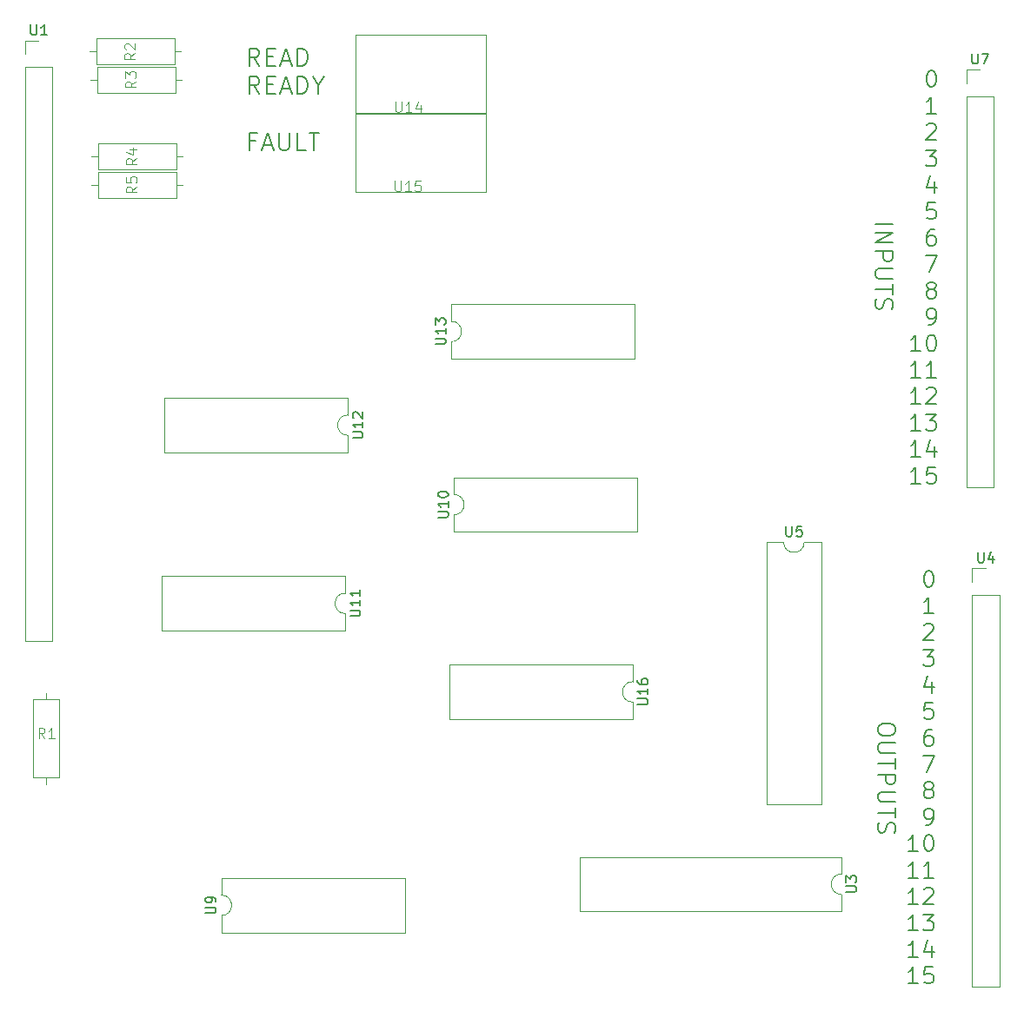
<source format=gbr>
%TF.GenerationSoftware,KiCad,Pcbnew,8.0.2-1*%
%TF.CreationDate,2024-08-05T09:17:51-04:00*%
%TF.ProjectId,io_controller,696f5f63-6f6e-4747-926f-6c6c65722e6b,rev?*%
%TF.SameCoordinates,Original*%
%TF.FileFunction,Legend,Top*%
%TF.FilePolarity,Positive*%
%FSLAX46Y46*%
G04 Gerber Fmt 4.6, Leading zero omitted, Abs format (unit mm)*
G04 Created by KiCad (PCBNEW 8.0.2-1) date 2024-08-05 09:17:51*
%MOMM*%
%LPD*%
G01*
G04 APERTURE LIST*
%ADD10C,0.160000*%
%ADD11C,0.170000*%
%ADD12C,0.150000*%
%ADD13C,0.100000*%
%ADD14C,0.120000*%
G04 APERTURE END LIST*
D10*
X150106641Y-74127870D02*
X150259022Y-74127870D01*
X150259022Y-74127870D02*
X150411403Y-74204060D01*
X150411403Y-74204060D02*
X150487593Y-74280251D01*
X150487593Y-74280251D02*
X150563784Y-74432632D01*
X150563784Y-74432632D02*
X150639974Y-74737394D01*
X150639974Y-74737394D02*
X150639974Y-75118346D01*
X150639974Y-75118346D02*
X150563784Y-75423108D01*
X150563784Y-75423108D02*
X150487593Y-75575489D01*
X150487593Y-75575489D02*
X150411403Y-75651680D01*
X150411403Y-75651680D02*
X150259022Y-75727870D01*
X150259022Y-75727870D02*
X150106641Y-75727870D01*
X150106641Y-75727870D02*
X149954260Y-75651680D01*
X149954260Y-75651680D02*
X149878069Y-75575489D01*
X149878069Y-75575489D02*
X149801879Y-75423108D01*
X149801879Y-75423108D02*
X149725688Y-75118346D01*
X149725688Y-75118346D02*
X149725688Y-74737394D01*
X149725688Y-74737394D02*
X149801879Y-74432632D01*
X149801879Y-74432632D02*
X149878069Y-74280251D01*
X149878069Y-74280251D02*
X149954260Y-74204060D01*
X149954260Y-74204060D02*
X150106641Y-74127870D01*
X150639974Y-78303780D02*
X149725688Y-78303780D01*
X150182831Y-78303780D02*
X150182831Y-76703780D01*
X150182831Y-76703780D02*
X150030450Y-76932351D01*
X150030450Y-76932351D02*
X149878069Y-77084732D01*
X149878069Y-77084732D02*
X149725688Y-77160923D01*
X149725688Y-79432071D02*
X149801879Y-79355880D01*
X149801879Y-79355880D02*
X149954260Y-79279690D01*
X149954260Y-79279690D02*
X150335212Y-79279690D01*
X150335212Y-79279690D02*
X150487593Y-79355880D01*
X150487593Y-79355880D02*
X150563784Y-79432071D01*
X150563784Y-79432071D02*
X150639974Y-79584452D01*
X150639974Y-79584452D02*
X150639974Y-79736833D01*
X150639974Y-79736833D02*
X150563784Y-79965404D01*
X150563784Y-79965404D02*
X149649498Y-80879690D01*
X149649498Y-80879690D02*
X150639974Y-80879690D01*
X149649498Y-81855600D02*
X150639974Y-81855600D01*
X150639974Y-81855600D02*
X150106641Y-82465124D01*
X150106641Y-82465124D02*
X150335212Y-82465124D01*
X150335212Y-82465124D02*
X150487593Y-82541314D01*
X150487593Y-82541314D02*
X150563784Y-82617505D01*
X150563784Y-82617505D02*
X150639974Y-82769886D01*
X150639974Y-82769886D02*
X150639974Y-83150838D01*
X150639974Y-83150838D02*
X150563784Y-83303219D01*
X150563784Y-83303219D02*
X150487593Y-83379410D01*
X150487593Y-83379410D02*
X150335212Y-83455600D01*
X150335212Y-83455600D02*
X149878069Y-83455600D01*
X149878069Y-83455600D02*
X149725688Y-83379410D01*
X149725688Y-83379410D02*
X149649498Y-83303219D01*
X150487593Y-84964843D02*
X150487593Y-86031510D01*
X150106641Y-84355320D02*
X149725688Y-85498177D01*
X149725688Y-85498177D02*
X150716165Y-85498177D01*
X150563784Y-87007420D02*
X149801879Y-87007420D01*
X149801879Y-87007420D02*
X149725688Y-87769325D01*
X149725688Y-87769325D02*
X149801879Y-87693134D01*
X149801879Y-87693134D02*
X149954260Y-87616944D01*
X149954260Y-87616944D02*
X150335212Y-87616944D01*
X150335212Y-87616944D02*
X150487593Y-87693134D01*
X150487593Y-87693134D02*
X150563784Y-87769325D01*
X150563784Y-87769325D02*
X150639974Y-87921706D01*
X150639974Y-87921706D02*
X150639974Y-88302658D01*
X150639974Y-88302658D02*
X150563784Y-88455039D01*
X150563784Y-88455039D02*
X150487593Y-88531230D01*
X150487593Y-88531230D02*
X150335212Y-88607420D01*
X150335212Y-88607420D02*
X149954260Y-88607420D01*
X149954260Y-88607420D02*
X149801879Y-88531230D01*
X149801879Y-88531230D02*
X149725688Y-88455039D01*
X150487593Y-89583330D02*
X150182831Y-89583330D01*
X150182831Y-89583330D02*
X150030450Y-89659520D01*
X150030450Y-89659520D02*
X149954260Y-89735711D01*
X149954260Y-89735711D02*
X149801879Y-89964282D01*
X149801879Y-89964282D02*
X149725688Y-90269044D01*
X149725688Y-90269044D02*
X149725688Y-90878568D01*
X149725688Y-90878568D02*
X149801879Y-91030949D01*
X149801879Y-91030949D02*
X149878069Y-91107140D01*
X149878069Y-91107140D02*
X150030450Y-91183330D01*
X150030450Y-91183330D02*
X150335212Y-91183330D01*
X150335212Y-91183330D02*
X150487593Y-91107140D01*
X150487593Y-91107140D02*
X150563784Y-91030949D01*
X150563784Y-91030949D02*
X150639974Y-90878568D01*
X150639974Y-90878568D02*
X150639974Y-90497616D01*
X150639974Y-90497616D02*
X150563784Y-90345235D01*
X150563784Y-90345235D02*
X150487593Y-90269044D01*
X150487593Y-90269044D02*
X150335212Y-90192854D01*
X150335212Y-90192854D02*
X150030450Y-90192854D01*
X150030450Y-90192854D02*
X149878069Y-90269044D01*
X149878069Y-90269044D02*
X149801879Y-90345235D01*
X149801879Y-90345235D02*
X149725688Y-90497616D01*
X149649498Y-92159240D02*
X150716165Y-92159240D01*
X150716165Y-92159240D02*
X150030450Y-93759240D01*
X150030450Y-95420864D02*
X149878069Y-95344674D01*
X149878069Y-95344674D02*
X149801879Y-95268483D01*
X149801879Y-95268483D02*
X149725688Y-95116102D01*
X149725688Y-95116102D02*
X149725688Y-95039912D01*
X149725688Y-95039912D02*
X149801879Y-94887531D01*
X149801879Y-94887531D02*
X149878069Y-94811340D01*
X149878069Y-94811340D02*
X150030450Y-94735150D01*
X150030450Y-94735150D02*
X150335212Y-94735150D01*
X150335212Y-94735150D02*
X150487593Y-94811340D01*
X150487593Y-94811340D02*
X150563784Y-94887531D01*
X150563784Y-94887531D02*
X150639974Y-95039912D01*
X150639974Y-95039912D02*
X150639974Y-95116102D01*
X150639974Y-95116102D02*
X150563784Y-95268483D01*
X150563784Y-95268483D02*
X150487593Y-95344674D01*
X150487593Y-95344674D02*
X150335212Y-95420864D01*
X150335212Y-95420864D02*
X150030450Y-95420864D01*
X150030450Y-95420864D02*
X149878069Y-95497055D01*
X149878069Y-95497055D02*
X149801879Y-95573245D01*
X149801879Y-95573245D02*
X149725688Y-95725626D01*
X149725688Y-95725626D02*
X149725688Y-96030388D01*
X149725688Y-96030388D02*
X149801879Y-96182769D01*
X149801879Y-96182769D02*
X149878069Y-96258960D01*
X149878069Y-96258960D02*
X150030450Y-96335150D01*
X150030450Y-96335150D02*
X150335212Y-96335150D01*
X150335212Y-96335150D02*
X150487593Y-96258960D01*
X150487593Y-96258960D02*
X150563784Y-96182769D01*
X150563784Y-96182769D02*
X150639974Y-96030388D01*
X150639974Y-96030388D02*
X150639974Y-95725626D01*
X150639974Y-95725626D02*
X150563784Y-95573245D01*
X150563784Y-95573245D02*
X150487593Y-95497055D01*
X150487593Y-95497055D02*
X150335212Y-95420864D01*
X149878069Y-98911060D02*
X150182831Y-98911060D01*
X150182831Y-98911060D02*
X150335212Y-98834870D01*
X150335212Y-98834870D02*
X150411403Y-98758679D01*
X150411403Y-98758679D02*
X150563784Y-98530108D01*
X150563784Y-98530108D02*
X150639974Y-98225346D01*
X150639974Y-98225346D02*
X150639974Y-97615822D01*
X150639974Y-97615822D02*
X150563784Y-97463441D01*
X150563784Y-97463441D02*
X150487593Y-97387250D01*
X150487593Y-97387250D02*
X150335212Y-97311060D01*
X150335212Y-97311060D02*
X150030450Y-97311060D01*
X150030450Y-97311060D02*
X149878069Y-97387250D01*
X149878069Y-97387250D02*
X149801879Y-97463441D01*
X149801879Y-97463441D02*
X149725688Y-97615822D01*
X149725688Y-97615822D02*
X149725688Y-97996774D01*
X149725688Y-97996774D02*
X149801879Y-98149155D01*
X149801879Y-98149155D02*
X149878069Y-98225346D01*
X149878069Y-98225346D02*
X150030450Y-98301536D01*
X150030450Y-98301536D02*
X150335212Y-98301536D01*
X150335212Y-98301536D02*
X150487593Y-98225346D01*
X150487593Y-98225346D02*
X150563784Y-98149155D01*
X150563784Y-98149155D02*
X150639974Y-97996774D01*
X149116164Y-101486970D02*
X148201878Y-101486970D01*
X148659021Y-101486970D02*
X148659021Y-99886970D01*
X148659021Y-99886970D02*
X148506640Y-100115541D01*
X148506640Y-100115541D02*
X148354259Y-100267922D01*
X148354259Y-100267922D02*
X148201878Y-100344113D01*
X150106641Y-99886970D02*
X150259022Y-99886970D01*
X150259022Y-99886970D02*
X150411403Y-99963160D01*
X150411403Y-99963160D02*
X150487593Y-100039351D01*
X150487593Y-100039351D02*
X150563784Y-100191732D01*
X150563784Y-100191732D02*
X150639974Y-100496494D01*
X150639974Y-100496494D02*
X150639974Y-100877446D01*
X150639974Y-100877446D02*
X150563784Y-101182208D01*
X150563784Y-101182208D02*
X150487593Y-101334589D01*
X150487593Y-101334589D02*
X150411403Y-101410780D01*
X150411403Y-101410780D02*
X150259022Y-101486970D01*
X150259022Y-101486970D02*
X150106641Y-101486970D01*
X150106641Y-101486970D02*
X149954260Y-101410780D01*
X149954260Y-101410780D02*
X149878069Y-101334589D01*
X149878069Y-101334589D02*
X149801879Y-101182208D01*
X149801879Y-101182208D02*
X149725688Y-100877446D01*
X149725688Y-100877446D02*
X149725688Y-100496494D01*
X149725688Y-100496494D02*
X149801879Y-100191732D01*
X149801879Y-100191732D02*
X149878069Y-100039351D01*
X149878069Y-100039351D02*
X149954260Y-99963160D01*
X149954260Y-99963160D02*
X150106641Y-99886970D01*
X149116164Y-104062880D02*
X148201878Y-104062880D01*
X148659021Y-104062880D02*
X148659021Y-102462880D01*
X148659021Y-102462880D02*
X148506640Y-102691451D01*
X148506640Y-102691451D02*
X148354259Y-102843832D01*
X148354259Y-102843832D02*
X148201878Y-102920023D01*
X150639974Y-104062880D02*
X149725688Y-104062880D01*
X150182831Y-104062880D02*
X150182831Y-102462880D01*
X150182831Y-102462880D02*
X150030450Y-102691451D01*
X150030450Y-102691451D02*
X149878069Y-102843832D01*
X149878069Y-102843832D02*
X149725688Y-102920023D01*
X149116164Y-106638790D02*
X148201878Y-106638790D01*
X148659021Y-106638790D02*
X148659021Y-105038790D01*
X148659021Y-105038790D02*
X148506640Y-105267361D01*
X148506640Y-105267361D02*
X148354259Y-105419742D01*
X148354259Y-105419742D02*
X148201878Y-105495933D01*
X149725688Y-105191171D02*
X149801879Y-105114980D01*
X149801879Y-105114980D02*
X149954260Y-105038790D01*
X149954260Y-105038790D02*
X150335212Y-105038790D01*
X150335212Y-105038790D02*
X150487593Y-105114980D01*
X150487593Y-105114980D02*
X150563784Y-105191171D01*
X150563784Y-105191171D02*
X150639974Y-105343552D01*
X150639974Y-105343552D02*
X150639974Y-105495933D01*
X150639974Y-105495933D02*
X150563784Y-105724504D01*
X150563784Y-105724504D02*
X149649498Y-106638790D01*
X149649498Y-106638790D02*
X150639974Y-106638790D01*
X149116164Y-109214700D02*
X148201878Y-109214700D01*
X148659021Y-109214700D02*
X148659021Y-107614700D01*
X148659021Y-107614700D02*
X148506640Y-107843271D01*
X148506640Y-107843271D02*
X148354259Y-107995652D01*
X148354259Y-107995652D02*
X148201878Y-108071843D01*
X149649498Y-107614700D02*
X150639974Y-107614700D01*
X150639974Y-107614700D02*
X150106641Y-108224224D01*
X150106641Y-108224224D02*
X150335212Y-108224224D01*
X150335212Y-108224224D02*
X150487593Y-108300414D01*
X150487593Y-108300414D02*
X150563784Y-108376605D01*
X150563784Y-108376605D02*
X150639974Y-108528986D01*
X150639974Y-108528986D02*
X150639974Y-108909938D01*
X150639974Y-108909938D02*
X150563784Y-109062319D01*
X150563784Y-109062319D02*
X150487593Y-109138510D01*
X150487593Y-109138510D02*
X150335212Y-109214700D01*
X150335212Y-109214700D02*
X149878069Y-109214700D01*
X149878069Y-109214700D02*
X149725688Y-109138510D01*
X149725688Y-109138510D02*
X149649498Y-109062319D01*
X149116164Y-111790610D02*
X148201878Y-111790610D01*
X148659021Y-111790610D02*
X148659021Y-110190610D01*
X148659021Y-110190610D02*
X148506640Y-110419181D01*
X148506640Y-110419181D02*
X148354259Y-110571562D01*
X148354259Y-110571562D02*
X148201878Y-110647753D01*
X150487593Y-110723943D02*
X150487593Y-111790610D01*
X150106641Y-110114420D02*
X149725688Y-111257277D01*
X149725688Y-111257277D02*
X150716165Y-111257277D01*
X149116164Y-114366520D02*
X148201878Y-114366520D01*
X148659021Y-114366520D02*
X148659021Y-112766520D01*
X148659021Y-112766520D02*
X148506640Y-112995091D01*
X148506640Y-112995091D02*
X148354259Y-113147472D01*
X148354259Y-113147472D02*
X148201878Y-113223663D01*
X150563784Y-112766520D02*
X149801879Y-112766520D01*
X149801879Y-112766520D02*
X149725688Y-113528425D01*
X149725688Y-113528425D02*
X149801879Y-113452234D01*
X149801879Y-113452234D02*
X149954260Y-113376044D01*
X149954260Y-113376044D02*
X150335212Y-113376044D01*
X150335212Y-113376044D02*
X150487593Y-113452234D01*
X150487593Y-113452234D02*
X150563784Y-113528425D01*
X150563784Y-113528425D02*
X150639974Y-113680806D01*
X150639974Y-113680806D02*
X150639974Y-114061758D01*
X150639974Y-114061758D02*
X150563784Y-114214139D01*
X150563784Y-114214139D02*
X150487593Y-114290330D01*
X150487593Y-114290330D02*
X150335212Y-114366520D01*
X150335212Y-114366520D02*
X149954260Y-114366520D01*
X149954260Y-114366520D02*
X149801879Y-114290330D01*
X149801879Y-114290330D02*
X149725688Y-114214139D01*
D11*
X144966886Y-40376603D02*
X146666886Y-40376603D01*
X144966886Y-41186127D02*
X146666886Y-41186127D01*
X146666886Y-41186127D02*
X144966886Y-42157556D01*
X144966886Y-42157556D02*
X146666886Y-42157556D01*
X144966886Y-42967079D02*
X146666886Y-42967079D01*
X146666886Y-42967079D02*
X146666886Y-43614698D01*
X146666886Y-43614698D02*
X146585934Y-43776603D01*
X146585934Y-43776603D02*
X146504981Y-43857556D01*
X146504981Y-43857556D02*
X146343077Y-43938508D01*
X146343077Y-43938508D02*
X146100219Y-43938508D01*
X146100219Y-43938508D02*
X145938315Y-43857556D01*
X145938315Y-43857556D02*
X145857362Y-43776603D01*
X145857362Y-43776603D02*
X145776410Y-43614698D01*
X145776410Y-43614698D02*
X145776410Y-42967079D01*
X146666886Y-44667079D02*
X145290696Y-44667079D01*
X145290696Y-44667079D02*
X145128791Y-44748032D01*
X145128791Y-44748032D02*
X145047839Y-44828984D01*
X145047839Y-44828984D02*
X144966886Y-44990889D01*
X144966886Y-44990889D02*
X144966886Y-45314698D01*
X144966886Y-45314698D02*
X145047839Y-45476603D01*
X145047839Y-45476603D02*
X145128791Y-45557556D01*
X145128791Y-45557556D02*
X145290696Y-45638508D01*
X145290696Y-45638508D02*
X146666886Y-45638508D01*
X146666886Y-46205174D02*
X146666886Y-47176603D01*
X144966886Y-46690889D02*
X146666886Y-46690889D01*
X145047839Y-47662317D02*
X144966886Y-47905174D01*
X144966886Y-47905174D02*
X144966886Y-48309936D01*
X144966886Y-48309936D02*
X145047839Y-48471841D01*
X145047839Y-48471841D02*
X145128791Y-48552793D01*
X145128791Y-48552793D02*
X145290696Y-48633746D01*
X145290696Y-48633746D02*
X145452600Y-48633746D01*
X145452600Y-48633746D02*
X145614505Y-48552793D01*
X145614505Y-48552793D02*
X145695458Y-48471841D01*
X145695458Y-48471841D02*
X145776410Y-48309936D01*
X145776410Y-48309936D02*
X145857362Y-47986127D01*
X145857362Y-47986127D02*
X145938315Y-47824222D01*
X145938315Y-47824222D02*
X146019267Y-47743269D01*
X146019267Y-47743269D02*
X146181172Y-47662317D01*
X146181172Y-47662317D02*
X146343077Y-47662317D01*
X146343077Y-47662317D02*
X146504981Y-47743269D01*
X146504981Y-47743269D02*
X146585934Y-47824222D01*
X146585934Y-47824222D02*
X146666886Y-47986127D01*
X146666886Y-47986127D02*
X146666886Y-48390888D01*
X146666886Y-48390888D02*
X146585934Y-48633746D01*
D10*
X150356641Y-25377870D02*
X150509022Y-25377870D01*
X150509022Y-25377870D02*
X150661403Y-25454060D01*
X150661403Y-25454060D02*
X150737593Y-25530251D01*
X150737593Y-25530251D02*
X150813784Y-25682632D01*
X150813784Y-25682632D02*
X150889974Y-25987394D01*
X150889974Y-25987394D02*
X150889974Y-26368346D01*
X150889974Y-26368346D02*
X150813784Y-26673108D01*
X150813784Y-26673108D02*
X150737593Y-26825489D01*
X150737593Y-26825489D02*
X150661403Y-26901680D01*
X150661403Y-26901680D02*
X150509022Y-26977870D01*
X150509022Y-26977870D02*
X150356641Y-26977870D01*
X150356641Y-26977870D02*
X150204260Y-26901680D01*
X150204260Y-26901680D02*
X150128069Y-26825489D01*
X150128069Y-26825489D02*
X150051879Y-26673108D01*
X150051879Y-26673108D02*
X149975688Y-26368346D01*
X149975688Y-26368346D02*
X149975688Y-25987394D01*
X149975688Y-25987394D02*
X150051879Y-25682632D01*
X150051879Y-25682632D02*
X150128069Y-25530251D01*
X150128069Y-25530251D02*
X150204260Y-25454060D01*
X150204260Y-25454060D02*
X150356641Y-25377870D01*
X150889974Y-29553780D02*
X149975688Y-29553780D01*
X150432831Y-29553780D02*
X150432831Y-27953780D01*
X150432831Y-27953780D02*
X150280450Y-28182351D01*
X150280450Y-28182351D02*
X150128069Y-28334732D01*
X150128069Y-28334732D02*
X149975688Y-28410923D01*
X149975688Y-30682071D02*
X150051879Y-30605880D01*
X150051879Y-30605880D02*
X150204260Y-30529690D01*
X150204260Y-30529690D02*
X150585212Y-30529690D01*
X150585212Y-30529690D02*
X150737593Y-30605880D01*
X150737593Y-30605880D02*
X150813784Y-30682071D01*
X150813784Y-30682071D02*
X150889974Y-30834452D01*
X150889974Y-30834452D02*
X150889974Y-30986833D01*
X150889974Y-30986833D02*
X150813784Y-31215404D01*
X150813784Y-31215404D02*
X149899498Y-32129690D01*
X149899498Y-32129690D02*
X150889974Y-32129690D01*
X149899498Y-33105600D02*
X150889974Y-33105600D01*
X150889974Y-33105600D02*
X150356641Y-33715124D01*
X150356641Y-33715124D02*
X150585212Y-33715124D01*
X150585212Y-33715124D02*
X150737593Y-33791314D01*
X150737593Y-33791314D02*
X150813784Y-33867505D01*
X150813784Y-33867505D02*
X150889974Y-34019886D01*
X150889974Y-34019886D02*
X150889974Y-34400838D01*
X150889974Y-34400838D02*
X150813784Y-34553219D01*
X150813784Y-34553219D02*
X150737593Y-34629410D01*
X150737593Y-34629410D02*
X150585212Y-34705600D01*
X150585212Y-34705600D02*
X150128069Y-34705600D01*
X150128069Y-34705600D02*
X149975688Y-34629410D01*
X149975688Y-34629410D02*
X149899498Y-34553219D01*
X150737593Y-36214843D02*
X150737593Y-37281510D01*
X150356641Y-35605320D02*
X149975688Y-36748177D01*
X149975688Y-36748177D02*
X150966165Y-36748177D01*
X150813784Y-38257420D02*
X150051879Y-38257420D01*
X150051879Y-38257420D02*
X149975688Y-39019325D01*
X149975688Y-39019325D02*
X150051879Y-38943134D01*
X150051879Y-38943134D02*
X150204260Y-38866944D01*
X150204260Y-38866944D02*
X150585212Y-38866944D01*
X150585212Y-38866944D02*
X150737593Y-38943134D01*
X150737593Y-38943134D02*
X150813784Y-39019325D01*
X150813784Y-39019325D02*
X150889974Y-39171706D01*
X150889974Y-39171706D02*
X150889974Y-39552658D01*
X150889974Y-39552658D02*
X150813784Y-39705039D01*
X150813784Y-39705039D02*
X150737593Y-39781230D01*
X150737593Y-39781230D02*
X150585212Y-39857420D01*
X150585212Y-39857420D02*
X150204260Y-39857420D01*
X150204260Y-39857420D02*
X150051879Y-39781230D01*
X150051879Y-39781230D02*
X149975688Y-39705039D01*
X150737593Y-40833330D02*
X150432831Y-40833330D01*
X150432831Y-40833330D02*
X150280450Y-40909520D01*
X150280450Y-40909520D02*
X150204260Y-40985711D01*
X150204260Y-40985711D02*
X150051879Y-41214282D01*
X150051879Y-41214282D02*
X149975688Y-41519044D01*
X149975688Y-41519044D02*
X149975688Y-42128568D01*
X149975688Y-42128568D02*
X150051879Y-42280949D01*
X150051879Y-42280949D02*
X150128069Y-42357140D01*
X150128069Y-42357140D02*
X150280450Y-42433330D01*
X150280450Y-42433330D02*
X150585212Y-42433330D01*
X150585212Y-42433330D02*
X150737593Y-42357140D01*
X150737593Y-42357140D02*
X150813784Y-42280949D01*
X150813784Y-42280949D02*
X150889974Y-42128568D01*
X150889974Y-42128568D02*
X150889974Y-41747616D01*
X150889974Y-41747616D02*
X150813784Y-41595235D01*
X150813784Y-41595235D02*
X150737593Y-41519044D01*
X150737593Y-41519044D02*
X150585212Y-41442854D01*
X150585212Y-41442854D02*
X150280450Y-41442854D01*
X150280450Y-41442854D02*
X150128069Y-41519044D01*
X150128069Y-41519044D02*
X150051879Y-41595235D01*
X150051879Y-41595235D02*
X149975688Y-41747616D01*
X149899498Y-43409240D02*
X150966165Y-43409240D01*
X150966165Y-43409240D02*
X150280450Y-45009240D01*
X150280450Y-46670864D02*
X150128069Y-46594674D01*
X150128069Y-46594674D02*
X150051879Y-46518483D01*
X150051879Y-46518483D02*
X149975688Y-46366102D01*
X149975688Y-46366102D02*
X149975688Y-46289912D01*
X149975688Y-46289912D02*
X150051879Y-46137531D01*
X150051879Y-46137531D02*
X150128069Y-46061340D01*
X150128069Y-46061340D02*
X150280450Y-45985150D01*
X150280450Y-45985150D02*
X150585212Y-45985150D01*
X150585212Y-45985150D02*
X150737593Y-46061340D01*
X150737593Y-46061340D02*
X150813784Y-46137531D01*
X150813784Y-46137531D02*
X150889974Y-46289912D01*
X150889974Y-46289912D02*
X150889974Y-46366102D01*
X150889974Y-46366102D02*
X150813784Y-46518483D01*
X150813784Y-46518483D02*
X150737593Y-46594674D01*
X150737593Y-46594674D02*
X150585212Y-46670864D01*
X150585212Y-46670864D02*
X150280450Y-46670864D01*
X150280450Y-46670864D02*
X150128069Y-46747055D01*
X150128069Y-46747055D02*
X150051879Y-46823245D01*
X150051879Y-46823245D02*
X149975688Y-46975626D01*
X149975688Y-46975626D02*
X149975688Y-47280388D01*
X149975688Y-47280388D02*
X150051879Y-47432769D01*
X150051879Y-47432769D02*
X150128069Y-47508960D01*
X150128069Y-47508960D02*
X150280450Y-47585150D01*
X150280450Y-47585150D02*
X150585212Y-47585150D01*
X150585212Y-47585150D02*
X150737593Y-47508960D01*
X150737593Y-47508960D02*
X150813784Y-47432769D01*
X150813784Y-47432769D02*
X150889974Y-47280388D01*
X150889974Y-47280388D02*
X150889974Y-46975626D01*
X150889974Y-46975626D02*
X150813784Y-46823245D01*
X150813784Y-46823245D02*
X150737593Y-46747055D01*
X150737593Y-46747055D02*
X150585212Y-46670864D01*
X150128069Y-50161060D02*
X150432831Y-50161060D01*
X150432831Y-50161060D02*
X150585212Y-50084870D01*
X150585212Y-50084870D02*
X150661403Y-50008679D01*
X150661403Y-50008679D02*
X150813784Y-49780108D01*
X150813784Y-49780108D02*
X150889974Y-49475346D01*
X150889974Y-49475346D02*
X150889974Y-48865822D01*
X150889974Y-48865822D02*
X150813784Y-48713441D01*
X150813784Y-48713441D02*
X150737593Y-48637250D01*
X150737593Y-48637250D02*
X150585212Y-48561060D01*
X150585212Y-48561060D02*
X150280450Y-48561060D01*
X150280450Y-48561060D02*
X150128069Y-48637250D01*
X150128069Y-48637250D02*
X150051879Y-48713441D01*
X150051879Y-48713441D02*
X149975688Y-48865822D01*
X149975688Y-48865822D02*
X149975688Y-49246774D01*
X149975688Y-49246774D02*
X150051879Y-49399155D01*
X150051879Y-49399155D02*
X150128069Y-49475346D01*
X150128069Y-49475346D02*
X150280450Y-49551536D01*
X150280450Y-49551536D02*
X150585212Y-49551536D01*
X150585212Y-49551536D02*
X150737593Y-49475346D01*
X150737593Y-49475346D02*
X150813784Y-49399155D01*
X150813784Y-49399155D02*
X150889974Y-49246774D01*
X149366164Y-52736970D02*
X148451878Y-52736970D01*
X148909021Y-52736970D02*
X148909021Y-51136970D01*
X148909021Y-51136970D02*
X148756640Y-51365541D01*
X148756640Y-51365541D02*
X148604259Y-51517922D01*
X148604259Y-51517922D02*
X148451878Y-51594113D01*
X150356641Y-51136970D02*
X150509022Y-51136970D01*
X150509022Y-51136970D02*
X150661403Y-51213160D01*
X150661403Y-51213160D02*
X150737593Y-51289351D01*
X150737593Y-51289351D02*
X150813784Y-51441732D01*
X150813784Y-51441732D02*
X150889974Y-51746494D01*
X150889974Y-51746494D02*
X150889974Y-52127446D01*
X150889974Y-52127446D02*
X150813784Y-52432208D01*
X150813784Y-52432208D02*
X150737593Y-52584589D01*
X150737593Y-52584589D02*
X150661403Y-52660780D01*
X150661403Y-52660780D02*
X150509022Y-52736970D01*
X150509022Y-52736970D02*
X150356641Y-52736970D01*
X150356641Y-52736970D02*
X150204260Y-52660780D01*
X150204260Y-52660780D02*
X150128069Y-52584589D01*
X150128069Y-52584589D02*
X150051879Y-52432208D01*
X150051879Y-52432208D02*
X149975688Y-52127446D01*
X149975688Y-52127446D02*
X149975688Y-51746494D01*
X149975688Y-51746494D02*
X150051879Y-51441732D01*
X150051879Y-51441732D02*
X150128069Y-51289351D01*
X150128069Y-51289351D02*
X150204260Y-51213160D01*
X150204260Y-51213160D02*
X150356641Y-51136970D01*
X149366164Y-55312880D02*
X148451878Y-55312880D01*
X148909021Y-55312880D02*
X148909021Y-53712880D01*
X148909021Y-53712880D02*
X148756640Y-53941451D01*
X148756640Y-53941451D02*
X148604259Y-54093832D01*
X148604259Y-54093832D02*
X148451878Y-54170023D01*
X150889974Y-55312880D02*
X149975688Y-55312880D01*
X150432831Y-55312880D02*
X150432831Y-53712880D01*
X150432831Y-53712880D02*
X150280450Y-53941451D01*
X150280450Y-53941451D02*
X150128069Y-54093832D01*
X150128069Y-54093832D02*
X149975688Y-54170023D01*
X149366164Y-57888790D02*
X148451878Y-57888790D01*
X148909021Y-57888790D02*
X148909021Y-56288790D01*
X148909021Y-56288790D02*
X148756640Y-56517361D01*
X148756640Y-56517361D02*
X148604259Y-56669742D01*
X148604259Y-56669742D02*
X148451878Y-56745933D01*
X149975688Y-56441171D02*
X150051879Y-56364980D01*
X150051879Y-56364980D02*
X150204260Y-56288790D01*
X150204260Y-56288790D02*
X150585212Y-56288790D01*
X150585212Y-56288790D02*
X150737593Y-56364980D01*
X150737593Y-56364980D02*
X150813784Y-56441171D01*
X150813784Y-56441171D02*
X150889974Y-56593552D01*
X150889974Y-56593552D02*
X150889974Y-56745933D01*
X150889974Y-56745933D02*
X150813784Y-56974504D01*
X150813784Y-56974504D02*
X149899498Y-57888790D01*
X149899498Y-57888790D02*
X150889974Y-57888790D01*
X149366164Y-60464700D02*
X148451878Y-60464700D01*
X148909021Y-60464700D02*
X148909021Y-58864700D01*
X148909021Y-58864700D02*
X148756640Y-59093271D01*
X148756640Y-59093271D02*
X148604259Y-59245652D01*
X148604259Y-59245652D02*
X148451878Y-59321843D01*
X149899498Y-58864700D02*
X150889974Y-58864700D01*
X150889974Y-58864700D02*
X150356641Y-59474224D01*
X150356641Y-59474224D02*
X150585212Y-59474224D01*
X150585212Y-59474224D02*
X150737593Y-59550414D01*
X150737593Y-59550414D02*
X150813784Y-59626605D01*
X150813784Y-59626605D02*
X150889974Y-59778986D01*
X150889974Y-59778986D02*
X150889974Y-60159938D01*
X150889974Y-60159938D02*
X150813784Y-60312319D01*
X150813784Y-60312319D02*
X150737593Y-60388510D01*
X150737593Y-60388510D02*
X150585212Y-60464700D01*
X150585212Y-60464700D02*
X150128069Y-60464700D01*
X150128069Y-60464700D02*
X149975688Y-60388510D01*
X149975688Y-60388510D02*
X149899498Y-60312319D01*
X149366164Y-63040610D02*
X148451878Y-63040610D01*
X148909021Y-63040610D02*
X148909021Y-61440610D01*
X148909021Y-61440610D02*
X148756640Y-61669181D01*
X148756640Y-61669181D02*
X148604259Y-61821562D01*
X148604259Y-61821562D02*
X148451878Y-61897753D01*
X150737593Y-61973943D02*
X150737593Y-63040610D01*
X150356641Y-61364420D02*
X149975688Y-62507277D01*
X149975688Y-62507277D02*
X150966165Y-62507277D01*
X149366164Y-65616520D02*
X148451878Y-65616520D01*
X148909021Y-65616520D02*
X148909021Y-64016520D01*
X148909021Y-64016520D02*
X148756640Y-64245091D01*
X148756640Y-64245091D02*
X148604259Y-64397472D01*
X148604259Y-64397472D02*
X148451878Y-64473663D01*
X150813784Y-64016520D02*
X150051879Y-64016520D01*
X150051879Y-64016520D02*
X149975688Y-64778425D01*
X149975688Y-64778425D02*
X150051879Y-64702234D01*
X150051879Y-64702234D02*
X150204260Y-64626044D01*
X150204260Y-64626044D02*
X150585212Y-64626044D01*
X150585212Y-64626044D02*
X150737593Y-64702234D01*
X150737593Y-64702234D02*
X150813784Y-64778425D01*
X150813784Y-64778425D02*
X150889974Y-64930806D01*
X150889974Y-64930806D02*
X150889974Y-65311758D01*
X150889974Y-65311758D02*
X150813784Y-65464139D01*
X150813784Y-65464139D02*
X150737593Y-65540330D01*
X150737593Y-65540330D02*
X150585212Y-65616520D01*
X150585212Y-65616520D02*
X150204260Y-65616520D01*
X150204260Y-65616520D02*
X150051879Y-65540330D01*
X150051879Y-65540330D02*
X149975688Y-65464139D01*
D11*
X146916886Y-89450413D02*
X146916886Y-89774222D01*
X146916886Y-89774222D02*
X146835934Y-89936127D01*
X146835934Y-89936127D02*
X146674029Y-90098032D01*
X146674029Y-90098032D02*
X146350219Y-90178984D01*
X146350219Y-90178984D02*
X145783553Y-90178984D01*
X145783553Y-90178984D02*
X145459743Y-90098032D01*
X145459743Y-90098032D02*
X145297839Y-89936127D01*
X145297839Y-89936127D02*
X145216886Y-89774222D01*
X145216886Y-89774222D02*
X145216886Y-89450413D01*
X145216886Y-89450413D02*
X145297839Y-89288508D01*
X145297839Y-89288508D02*
X145459743Y-89126603D01*
X145459743Y-89126603D02*
X145783553Y-89045651D01*
X145783553Y-89045651D02*
X146350219Y-89045651D01*
X146350219Y-89045651D02*
X146674029Y-89126603D01*
X146674029Y-89126603D02*
X146835934Y-89288508D01*
X146835934Y-89288508D02*
X146916886Y-89450413D01*
X146916886Y-90907555D02*
X145540696Y-90907555D01*
X145540696Y-90907555D02*
X145378791Y-90988508D01*
X145378791Y-90988508D02*
X145297839Y-91069460D01*
X145297839Y-91069460D02*
X145216886Y-91231365D01*
X145216886Y-91231365D02*
X145216886Y-91555174D01*
X145216886Y-91555174D02*
X145297839Y-91717079D01*
X145297839Y-91717079D02*
X145378791Y-91798032D01*
X145378791Y-91798032D02*
X145540696Y-91878984D01*
X145540696Y-91878984D02*
X146916886Y-91878984D01*
X146916886Y-92445650D02*
X146916886Y-93417079D01*
X145216886Y-92931365D02*
X146916886Y-92931365D01*
X145216886Y-93983745D02*
X146916886Y-93983745D01*
X146916886Y-93983745D02*
X146916886Y-94631364D01*
X146916886Y-94631364D02*
X146835934Y-94793269D01*
X146835934Y-94793269D02*
X146754981Y-94874222D01*
X146754981Y-94874222D02*
X146593077Y-94955174D01*
X146593077Y-94955174D02*
X146350219Y-94955174D01*
X146350219Y-94955174D02*
X146188315Y-94874222D01*
X146188315Y-94874222D02*
X146107362Y-94793269D01*
X146107362Y-94793269D02*
X146026410Y-94631364D01*
X146026410Y-94631364D02*
X146026410Y-93983745D01*
X146916886Y-95683745D02*
X145540696Y-95683745D01*
X145540696Y-95683745D02*
X145378791Y-95764698D01*
X145378791Y-95764698D02*
X145297839Y-95845650D01*
X145297839Y-95845650D02*
X145216886Y-96007555D01*
X145216886Y-96007555D02*
X145216886Y-96331364D01*
X145216886Y-96331364D02*
X145297839Y-96493269D01*
X145297839Y-96493269D02*
X145378791Y-96574222D01*
X145378791Y-96574222D02*
X145540696Y-96655174D01*
X145540696Y-96655174D02*
X146916886Y-96655174D01*
X146916886Y-97221840D02*
X146916886Y-98193269D01*
X145216886Y-97707555D02*
X146916886Y-97707555D01*
X145297839Y-98678983D02*
X145216886Y-98921840D01*
X145216886Y-98921840D02*
X145216886Y-99326602D01*
X145216886Y-99326602D02*
X145297839Y-99488507D01*
X145297839Y-99488507D02*
X145378791Y-99569459D01*
X145378791Y-99569459D02*
X145540696Y-99650412D01*
X145540696Y-99650412D02*
X145702600Y-99650412D01*
X145702600Y-99650412D02*
X145864505Y-99569459D01*
X145864505Y-99569459D02*
X145945458Y-99488507D01*
X145945458Y-99488507D02*
X146026410Y-99326602D01*
X146026410Y-99326602D02*
X146107362Y-99002793D01*
X146107362Y-99002793D02*
X146188315Y-98840888D01*
X146188315Y-98840888D02*
X146269267Y-98759935D01*
X146269267Y-98759935D02*
X146431172Y-98678983D01*
X146431172Y-98678983D02*
X146593077Y-98678983D01*
X146593077Y-98678983D02*
X146754981Y-98759935D01*
X146754981Y-98759935D02*
X146835934Y-98840888D01*
X146835934Y-98840888D02*
X146916886Y-99002793D01*
X146916886Y-99002793D02*
X146916886Y-99407554D01*
X146916886Y-99407554D02*
X146835934Y-99650412D01*
X84996032Y-24902112D02*
X84429365Y-24092588D01*
X84024603Y-24902112D02*
X84024603Y-23202112D01*
X84024603Y-23202112D02*
X84672222Y-23202112D01*
X84672222Y-23202112D02*
X84834127Y-23283064D01*
X84834127Y-23283064D02*
X84915080Y-23364017D01*
X84915080Y-23364017D02*
X84996032Y-23525921D01*
X84996032Y-23525921D02*
X84996032Y-23768779D01*
X84996032Y-23768779D02*
X84915080Y-23930683D01*
X84915080Y-23930683D02*
X84834127Y-24011636D01*
X84834127Y-24011636D02*
X84672222Y-24092588D01*
X84672222Y-24092588D02*
X84024603Y-24092588D01*
X85724603Y-24011636D02*
X86291270Y-24011636D01*
X86534127Y-24902112D02*
X85724603Y-24902112D01*
X85724603Y-24902112D02*
X85724603Y-23202112D01*
X85724603Y-23202112D02*
X86534127Y-23202112D01*
X87181746Y-24416398D02*
X87991270Y-24416398D01*
X87019841Y-24902112D02*
X87586508Y-23202112D01*
X87586508Y-23202112D02*
X88153175Y-24902112D01*
X88719841Y-24902112D02*
X88719841Y-23202112D01*
X88719841Y-23202112D02*
X89124603Y-23202112D01*
X89124603Y-23202112D02*
X89367460Y-23283064D01*
X89367460Y-23283064D02*
X89529365Y-23444969D01*
X89529365Y-23444969D02*
X89610318Y-23606874D01*
X89610318Y-23606874D02*
X89691270Y-23930683D01*
X89691270Y-23930683D02*
X89691270Y-24173540D01*
X89691270Y-24173540D02*
X89610318Y-24497350D01*
X89610318Y-24497350D02*
X89529365Y-24659255D01*
X89529365Y-24659255D02*
X89367460Y-24821160D01*
X89367460Y-24821160D02*
X89124603Y-24902112D01*
X89124603Y-24902112D02*
X88719841Y-24902112D01*
X84996032Y-27639017D02*
X84429365Y-26829493D01*
X84024603Y-27639017D02*
X84024603Y-25939017D01*
X84024603Y-25939017D02*
X84672222Y-25939017D01*
X84672222Y-25939017D02*
X84834127Y-26019969D01*
X84834127Y-26019969D02*
X84915080Y-26100922D01*
X84915080Y-26100922D02*
X84996032Y-26262826D01*
X84996032Y-26262826D02*
X84996032Y-26505684D01*
X84996032Y-26505684D02*
X84915080Y-26667588D01*
X84915080Y-26667588D02*
X84834127Y-26748541D01*
X84834127Y-26748541D02*
X84672222Y-26829493D01*
X84672222Y-26829493D02*
X84024603Y-26829493D01*
X85724603Y-26748541D02*
X86291270Y-26748541D01*
X86534127Y-27639017D02*
X85724603Y-27639017D01*
X85724603Y-27639017D02*
X85724603Y-25939017D01*
X85724603Y-25939017D02*
X86534127Y-25939017D01*
X87181746Y-27153303D02*
X87991270Y-27153303D01*
X87019841Y-27639017D02*
X87586508Y-25939017D01*
X87586508Y-25939017D02*
X88153175Y-27639017D01*
X88719841Y-27639017D02*
X88719841Y-25939017D01*
X88719841Y-25939017D02*
X89124603Y-25939017D01*
X89124603Y-25939017D02*
X89367460Y-26019969D01*
X89367460Y-26019969D02*
X89529365Y-26181874D01*
X89529365Y-26181874D02*
X89610318Y-26343779D01*
X89610318Y-26343779D02*
X89691270Y-26667588D01*
X89691270Y-26667588D02*
X89691270Y-26910445D01*
X89691270Y-26910445D02*
X89610318Y-27234255D01*
X89610318Y-27234255D02*
X89529365Y-27396160D01*
X89529365Y-27396160D02*
X89367460Y-27558065D01*
X89367460Y-27558065D02*
X89124603Y-27639017D01*
X89124603Y-27639017D02*
X88719841Y-27639017D01*
X90743651Y-26829493D02*
X90743651Y-27639017D01*
X90176984Y-25939017D02*
X90743651Y-26829493D01*
X90743651Y-26829493D02*
X91310318Y-25939017D01*
X84591270Y-32222351D02*
X84024603Y-32222351D01*
X84024603Y-33112827D02*
X84024603Y-31412827D01*
X84024603Y-31412827D02*
X84834127Y-31412827D01*
X85400794Y-32627113D02*
X86210318Y-32627113D01*
X85238889Y-33112827D02*
X85805556Y-31412827D01*
X85805556Y-31412827D02*
X86372223Y-33112827D01*
X86938889Y-31412827D02*
X86938889Y-32789017D01*
X86938889Y-32789017D02*
X87019842Y-32950922D01*
X87019842Y-32950922D02*
X87100794Y-33031875D01*
X87100794Y-33031875D02*
X87262699Y-33112827D01*
X87262699Y-33112827D02*
X87586508Y-33112827D01*
X87586508Y-33112827D02*
X87748413Y-33031875D01*
X87748413Y-33031875D02*
X87829366Y-32950922D01*
X87829366Y-32950922D02*
X87910318Y-32789017D01*
X87910318Y-32789017D02*
X87910318Y-31412827D01*
X89529365Y-33112827D02*
X88719841Y-33112827D01*
X88719841Y-33112827D02*
X88719841Y-31412827D01*
X89853174Y-31412827D02*
X90824603Y-31412827D01*
X90338889Y-33112827D02*
X90338889Y-31412827D01*
D12*
X121824819Y-87178094D02*
X122634342Y-87178094D01*
X122634342Y-87178094D02*
X122729580Y-87130475D01*
X122729580Y-87130475D02*
X122777200Y-87082856D01*
X122777200Y-87082856D02*
X122824819Y-86987618D01*
X122824819Y-86987618D02*
X122824819Y-86797142D01*
X122824819Y-86797142D02*
X122777200Y-86701904D01*
X122777200Y-86701904D02*
X122729580Y-86654285D01*
X122729580Y-86654285D02*
X122634342Y-86606666D01*
X122634342Y-86606666D02*
X121824819Y-86606666D01*
X122824819Y-85606666D02*
X122824819Y-86178094D01*
X122824819Y-85892380D02*
X121824819Y-85892380D01*
X121824819Y-85892380D02*
X121967676Y-85987618D01*
X121967676Y-85987618D02*
X122062914Y-86082856D01*
X122062914Y-86082856D02*
X122110533Y-86178094D01*
X121824819Y-84749523D02*
X121824819Y-84939999D01*
X121824819Y-84939999D02*
X121872438Y-85035237D01*
X121872438Y-85035237D02*
X121920057Y-85082856D01*
X121920057Y-85082856D02*
X122062914Y-85178094D01*
X122062914Y-85178094D02*
X122253390Y-85225713D01*
X122253390Y-85225713D02*
X122634342Y-85225713D01*
X122634342Y-85225713D02*
X122729580Y-85178094D01*
X122729580Y-85178094D02*
X122777200Y-85130475D01*
X122777200Y-85130475D02*
X122824819Y-85035237D01*
X122824819Y-85035237D02*
X122824819Y-84844761D01*
X122824819Y-84844761D02*
X122777200Y-84749523D01*
X122777200Y-84749523D02*
X122729580Y-84701904D01*
X122729580Y-84701904D02*
X122634342Y-84654285D01*
X122634342Y-84654285D02*
X122396247Y-84654285D01*
X122396247Y-84654285D02*
X122301009Y-84701904D01*
X122301009Y-84701904D02*
X122253390Y-84749523D01*
X122253390Y-84749523D02*
X122205771Y-84844761D01*
X122205771Y-84844761D02*
X122205771Y-85035237D01*
X122205771Y-85035237D02*
X122253390Y-85130475D01*
X122253390Y-85130475D02*
X122301009Y-85178094D01*
X122301009Y-85178094D02*
X122396247Y-85225713D01*
D13*
X98204905Y-36142419D02*
X98204905Y-36951942D01*
X98204905Y-36951942D02*
X98252524Y-37047180D01*
X98252524Y-37047180D02*
X98300143Y-37094800D01*
X98300143Y-37094800D02*
X98395381Y-37142419D01*
X98395381Y-37142419D02*
X98585857Y-37142419D01*
X98585857Y-37142419D02*
X98681095Y-37094800D01*
X98681095Y-37094800D02*
X98728714Y-37047180D01*
X98728714Y-37047180D02*
X98776333Y-36951942D01*
X98776333Y-36951942D02*
X98776333Y-36142419D01*
X99776333Y-37142419D02*
X99204905Y-37142419D01*
X99490619Y-37142419D02*
X99490619Y-36142419D01*
X99490619Y-36142419D02*
X99395381Y-36285276D01*
X99395381Y-36285276D02*
X99300143Y-36380514D01*
X99300143Y-36380514D02*
X99204905Y-36428133D01*
X100681095Y-36142419D02*
X100204905Y-36142419D01*
X100204905Y-36142419D02*
X100157286Y-36618609D01*
X100157286Y-36618609D02*
X100204905Y-36570990D01*
X100204905Y-36570990D02*
X100300143Y-36523371D01*
X100300143Y-36523371D02*
X100538238Y-36523371D01*
X100538238Y-36523371D02*
X100633476Y-36570990D01*
X100633476Y-36570990D02*
X100681095Y-36618609D01*
X100681095Y-36618609D02*
X100728714Y-36713847D01*
X100728714Y-36713847D02*
X100728714Y-36951942D01*
X100728714Y-36951942D02*
X100681095Y-37047180D01*
X100681095Y-37047180D02*
X100633476Y-37094800D01*
X100633476Y-37094800D02*
X100538238Y-37142419D01*
X100538238Y-37142419D02*
X100300143Y-37142419D01*
X100300143Y-37142419D02*
X100204905Y-37094800D01*
X100204905Y-37094800D02*
X100157286Y-37047180D01*
X98241905Y-28417419D02*
X98241905Y-29226942D01*
X98241905Y-29226942D02*
X98289524Y-29322180D01*
X98289524Y-29322180D02*
X98337143Y-29369800D01*
X98337143Y-29369800D02*
X98432381Y-29417419D01*
X98432381Y-29417419D02*
X98622857Y-29417419D01*
X98622857Y-29417419D02*
X98718095Y-29369800D01*
X98718095Y-29369800D02*
X98765714Y-29322180D01*
X98765714Y-29322180D02*
X98813333Y-29226942D01*
X98813333Y-29226942D02*
X98813333Y-28417419D01*
X99813333Y-29417419D02*
X99241905Y-29417419D01*
X99527619Y-29417419D02*
X99527619Y-28417419D01*
X99527619Y-28417419D02*
X99432381Y-28560276D01*
X99432381Y-28560276D02*
X99337143Y-28655514D01*
X99337143Y-28655514D02*
X99241905Y-28703133D01*
X100670476Y-28750752D02*
X100670476Y-29417419D01*
X100432381Y-28369800D02*
X100194286Y-29084085D01*
X100194286Y-29084085D02*
X100813333Y-29084085D01*
D12*
X102134819Y-52048094D02*
X102944342Y-52048094D01*
X102944342Y-52048094D02*
X103039580Y-52000475D01*
X103039580Y-52000475D02*
X103087200Y-51952856D01*
X103087200Y-51952856D02*
X103134819Y-51857618D01*
X103134819Y-51857618D02*
X103134819Y-51667142D01*
X103134819Y-51667142D02*
X103087200Y-51571904D01*
X103087200Y-51571904D02*
X103039580Y-51524285D01*
X103039580Y-51524285D02*
X102944342Y-51476666D01*
X102944342Y-51476666D02*
X102134819Y-51476666D01*
X103134819Y-50476666D02*
X103134819Y-51048094D01*
X103134819Y-50762380D02*
X102134819Y-50762380D01*
X102134819Y-50762380D02*
X102277676Y-50857618D01*
X102277676Y-50857618D02*
X102372914Y-50952856D01*
X102372914Y-50952856D02*
X102420533Y-51048094D01*
X102134819Y-50143332D02*
X102134819Y-49524285D01*
X102134819Y-49524285D02*
X102515771Y-49857618D01*
X102515771Y-49857618D02*
X102515771Y-49714761D01*
X102515771Y-49714761D02*
X102563390Y-49619523D01*
X102563390Y-49619523D02*
X102611009Y-49571904D01*
X102611009Y-49571904D02*
X102706247Y-49524285D01*
X102706247Y-49524285D02*
X102944342Y-49524285D01*
X102944342Y-49524285D02*
X103039580Y-49571904D01*
X103039580Y-49571904D02*
X103087200Y-49619523D01*
X103087200Y-49619523D02*
X103134819Y-49714761D01*
X103134819Y-49714761D02*
X103134819Y-50000475D01*
X103134819Y-50000475D02*
X103087200Y-50095713D01*
X103087200Y-50095713D02*
X103039580Y-50143332D01*
X94074819Y-61178094D02*
X94884342Y-61178094D01*
X94884342Y-61178094D02*
X94979580Y-61130475D01*
X94979580Y-61130475D02*
X95027200Y-61082856D01*
X95027200Y-61082856D02*
X95074819Y-60987618D01*
X95074819Y-60987618D02*
X95074819Y-60797142D01*
X95074819Y-60797142D02*
X95027200Y-60701904D01*
X95027200Y-60701904D02*
X94979580Y-60654285D01*
X94979580Y-60654285D02*
X94884342Y-60606666D01*
X94884342Y-60606666D02*
X94074819Y-60606666D01*
X95074819Y-59606666D02*
X95074819Y-60178094D01*
X95074819Y-59892380D02*
X94074819Y-59892380D01*
X94074819Y-59892380D02*
X94217676Y-59987618D01*
X94217676Y-59987618D02*
X94312914Y-60082856D01*
X94312914Y-60082856D02*
X94360533Y-60178094D01*
X94170057Y-59225713D02*
X94122438Y-59178094D01*
X94122438Y-59178094D02*
X94074819Y-59082856D01*
X94074819Y-59082856D02*
X94074819Y-58844761D01*
X94074819Y-58844761D02*
X94122438Y-58749523D01*
X94122438Y-58749523D02*
X94170057Y-58701904D01*
X94170057Y-58701904D02*
X94265295Y-58654285D01*
X94265295Y-58654285D02*
X94360533Y-58654285D01*
X94360533Y-58654285D02*
X94503390Y-58701904D01*
X94503390Y-58701904D02*
X95074819Y-59273332D01*
X95074819Y-59273332D02*
X95074819Y-58654285D01*
X93824819Y-78548094D02*
X94634342Y-78548094D01*
X94634342Y-78548094D02*
X94729580Y-78500475D01*
X94729580Y-78500475D02*
X94777200Y-78452856D01*
X94777200Y-78452856D02*
X94824819Y-78357618D01*
X94824819Y-78357618D02*
X94824819Y-78167142D01*
X94824819Y-78167142D02*
X94777200Y-78071904D01*
X94777200Y-78071904D02*
X94729580Y-78024285D01*
X94729580Y-78024285D02*
X94634342Y-77976666D01*
X94634342Y-77976666D02*
X93824819Y-77976666D01*
X94824819Y-76976666D02*
X94824819Y-77548094D01*
X94824819Y-77262380D02*
X93824819Y-77262380D01*
X93824819Y-77262380D02*
X93967676Y-77357618D01*
X93967676Y-77357618D02*
X94062914Y-77452856D01*
X94062914Y-77452856D02*
X94110533Y-77548094D01*
X94824819Y-76024285D02*
X94824819Y-76595713D01*
X94824819Y-76309999D02*
X93824819Y-76309999D01*
X93824819Y-76309999D02*
X93967676Y-76405237D01*
X93967676Y-76405237D02*
X94062914Y-76500475D01*
X94062914Y-76500475D02*
X94110533Y-76595713D01*
X102384819Y-68928094D02*
X103194342Y-68928094D01*
X103194342Y-68928094D02*
X103289580Y-68880475D01*
X103289580Y-68880475D02*
X103337200Y-68832856D01*
X103337200Y-68832856D02*
X103384819Y-68737618D01*
X103384819Y-68737618D02*
X103384819Y-68547142D01*
X103384819Y-68547142D02*
X103337200Y-68451904D01*
X103337200Y-68451904D02*
X103289580Y-68404285D01*
X103289580Y-68404285D02*
X103194342Y-68356666D01*
X103194342Y-68356666D02*
X102384819Y-68356666D01*
X103384819Y-67356666D02*
X103384819Y-67928094D01*
X103384819Y-67642380D02*
X102384819Y-67642380D01*
X102384819Y-67642380D02*
X102527676Y-67737618D01*
X102527676Y-67737618D02*
X102622914Y-67832856D01*
X102622914Y-67832856D02*
X102670533Y-67928094D01*
X102384819Y-66737618D02*
X102384819Y-66642380D01*
X102384819Y-66642380D02*
X102432438Y-66547142D01*
X102432438Y-66547142D02*
X102480057Y-66499523D01*
X102480057Y-66499523D02*
X102575295Y-66451904D01*
X102575295Y-66451904D02*
X102765771Y-66404285D01*
X102765771Y-66404285D02*
X103003866Y-66404285D01*
X103003866Y-66404285D02*
X103194342Y-66451904D01*
X103194342Y-66451904D02*
X103289580Y-66499523D01*
X103289580Y-66499523D02*
X103337200Y-66547142D01*
X103337200Y-66547142D02*
X103384819Y-66642380D01*
X103384819Y-66642380D02*
X103384819Y-66737618D01*
X103384819Y-66737618D02*
X103337200Y-66832856D01*
X103337200Y-66832856D02*
X103289580Y-66880475D01*
X103289580Y-66880475D02*
X103194342Y-66928094D01*
X103194342Y-66928094D02*
X103003866Y-66975713D01*
X103003866Y-66975713D02*
X102765771Y-66975713D01*
X102765771Y-66975713D02*
X102575295Y-66928094D01*
X102575295Y-66928094D02*
X102480057Y-66880475D01*
X102480057Y-66880475D02*
X102432438Y-66832856D01*
X102432438Y-66832856D02*
X102384819Y-66737618D01*
X79749819Y-107501904D02*
X80559342Y-107501904D01*
X80559342Y-107501904D02*
X80654580Y-107454285D01*
X80654580Y-107454285D02*
X80702200Y-107406666D01*
X80702200Y-107406666D02*
X80749819Y-107311428D01*
X80749819Y-107311428D02*
X80749819Y-107120952D01*
X80749819Y-107120952D02*
X80702200Y-107025714D01*
X80702200Y-107025714D02*
X80654580Y-106978095D01*
X80654580Y-106978095D02*
X80559342Y-106930476D01*
X80559342Y-106930476D02*
X79749819Y-106930476D01*
X80749819Y-106406666D02*
X80749819Y-106216190D01*
X80749819Y-106216190D02*
X80702200Y-106120952D01*
X80702200Y-106120952D02*
X80654580Y-106073333D01*
X80654580Y-106073333D02*
X80511723Y-105978095D01*
X80511723Y-105978095D02*
X80321247Y-105930476D01*
X80321247Y-105930476D02*
X79940295Y-105930476D01*
X79940295Y-105930476D02*
X79845057Y-105978095D01*
X79845057Y-105978095D02*
X79797438Y-106025714D01*
X79797438Y-106025714D02*
X79749819Y-106120952D01*
X79749819Y-106120952D02*
X79749819Y-106311428D01*
X79749819Y-106311428D02*
X79797438Y-106406666D01*
X79797438Y-106406666D02*
X79845057Y-106454285D01*
X79845057Y-106454285D02*
X79940295Y-106501904D01*
X79940295Y-106501904D02*
X80178390Y-106501904D01*
X80178390Y-106501904D02*
X80273628Y-106454285D01*
X80273628Y-106454285D02*
X80321247Y-106406666D01*
X80321247Y-106406666D02*
X80368866Y-106311428D01*
X80368866Y-106311428D02*
X80368866Y-106120952D01*
X80368866Y-106120952D02*
X80321247Y-106025714D01*
X80321247Y-106025714D02*
X80273628Y-105978095D01*
X80273628Y-105978095D02*
X80178390Y-105930476D01*
X154418095Y-23714819D02*
X154418095Y-24524342D01*
X154418095Y-24524342D02*
X154465714Y-24619580D01*
X154465714Y-24619580D02*
X154513333Y-24667200D01*
X154513333Y-24667200D02*
X154608571Y-24714819D01*
X154608571Y-24714819D02*
X154799047Y-24714819D01*
X154799047Y-24714819D02*
X154894285Y-24667200D01*
X154894285Y-24667200D02*
X154941904Y-24619580D01*
X154941904Y-24619580D02*
X154989523Y-24524342D01*
X154989523Y-24524342D02*
X154989523Y-23714819D01*
X155370476Y-23714819D02*
X156037142Y-23714819D01*
X156037142Y-23714819D02*
X155608571Y-24714819D01*
X136298095Y-69794819D02*
X136298095Y-70604342D01*
X136298095Y-70604342D02*
X136345714Y-70699580D01*
X136345714Y-70699580D02*
X136393333Y-70747200D01*
X136393333Y-70747200D02*
X136488571Y-70794819D01*
X136488571Y-70794819D02*
X136679047Y-70794819D01*
X136679047Y-70794819D02*
X136774285Y-70747200D01*
X136774285Y-70747200D02*
X136821904Y-70699580D01*
X136821904Y-70699580D02*
X136869523Y-70604342D01*
X136869523Y-70604342D02*
X136869523Y-69794819D01*
X137821904Y-69794819D02*
X137345714Y-69794819D01*
X137345714Y-69794819D02*
X137298095Y-70271009D01*
X137298095Y-70271009D02*
X137345714Y-70223390D01*
X137345714Y-70223390D02*
X137440952Y-70175771D01*
X137440952Y-70175771D02*
X137679047Y-70175771D01*
X137679047Y-70175771D02*
X137774285Y-70223390D01*
X137774285Y-70223390D02*
X137821904Y-70271009D01*
X137821904Y-70271009D02*
X137869523Y-70366247D01*
X137869523Y-70366247D02*
X137869523Y-70604342D01*
X137869523Y-70604342D02*
X137821904Y-70699580D01*
X137821904Y-70699580D02*
X137774285Y-70747200D01*
X137774285Y-70747200D02*
X137679047Y-70794819D01*
X137679047Y-70794819D02*
X137440952Y-70794819D01*
X137440952Y-70794819D02*
X137345714Y-70747200D01*
X137345714Y-70747200D02*
X137298095Y-70699580D01*
X154988095Y-72334819D02*
X154988095Y-73144342D01*
X154988095Y-73144342D02*
X155035714Y-73239580D01*
X155035714Y-73239580D02*
X155083333Y-73287200D01*
X155083333Y-73287200D02*
X155178571Y-73334819D01*
X155178571Y-73334819D02*
X155369047Y-73334819D01*
X155369047Y-73334819D02*
X155464285Y-73287200D01*
X155464285Y-73287200D02*
X155511904Y-73239580D01*
X155511904Y-73239580D02*
X155559523Y-73144342D01*
X155559523Y-73144342D02*
X155559523Y-72334819D01*
X156464285Y-72668152D02*
X156464285Y-73334819D01*
X156226190Y-72287200D02*
X155988095Y-73001485D01*
X155988095Y-73001485D02*
X156607142Y-73001485D01*
X142154819Y-105451904D02*
X142964342Y-105451904D01*
X142964342Y-105451904D02*
X143059580Y-105404285D01*
X143059580Y-105404285D02*
X143107200Y-105356666D01*
X143107200Y-105356666D02*
X143154819Y-105261428D01*
X143154819Y-105261428D02*
X143154819Y-105070952D01*
X143154819Y-105070952D02*
X143107200Y-104975714D01*
X143107200Y-104975714D02*
X143059580Y-104928095D01*
X143059580Y-104928095D02*
X142964342Y-104880476D01*
X142964342Y-104880476D02*
X142154819Y-104880476D01*
X142154819Y-104499523D02*
X142154819Y-103880476D01*
X142154819Y-103880476D02*
X142535771Y-104213809D01*
X142535771Y-104213809D02*
X142535771Y-104070952D01*
X142535771Y-104070952D02*
X142583390Y-103975714D01*
X142583390Y-103975714D02*
X142631009Y-103928095D01*
X142631009Y-103928095D02*
X142726247Y-103880476D01*
X142726247Y-103880476D02*
X142964342Y-103880476D01*
X142964342Y-103880476D02*
X143059580Y-103928095D01*
X143059580Y-103928095D02*
X143107200Y-103975714D01*
X143107200Y-103975714D02*
X143154819Y-104070952D01*
X143154819Y-104070952D02*
X143154819Y-104356666D01*
X143154819Y-104356666D02*
X143107200Y-104451904D01*
X143107200Y-104451904D02*
X143059580Y-104499523D01*
X62738095Y-20904819D02*
X62738095Y-21714342D01*
X62738095Y-21714342D02*
X62785714Y-21809580D01*
X62785714Y-21809580D02*
X62833333Y-21857200D01*
X62833333Y-21857200D02*
X62928571Y-21904819D01*
X62928571Y-21904819D02*
X63119047Y-21904819D01*
X63119047Y-21904819D02*
X63214285Y-21857200D01*
X63214285Y-21857200D02*
X63261904Y-21809580D01*
X63261904Y-21809580D02*
X63309523Y-21714342D01*
X63309523Y-21714342D02*
X63309523Y-20904819D01*
X64309523Y-21904819D02*
X63738095Y-21904819D01*
X64023809Y-21904819D02*
X64023809Y-20904819D01*
X64023809Y-20904819D02*
X63928571Y-21047676D01*
X63928571Y-21047676D02*
X63833333Y-21142914D01*
X63833333Y-21142914D02*
X63738095Y-21190533D01*
D13*
X73037419Y-36666666D02*
X72561228Y-36999999D01*
X73037419Y-37238094D02*
X72037419Y-37238094D01*
X72037419Y-37238094D02*
X72037419Y-36857142D01*
X72037419Y-36857142D02*
X72085038Y-36761904D01*
X72085038Y-36761904D02*
X72132657Y-36714285D01*
X72132657Y-36714285D02*
X72227895Y-36666666D01*
X72227895Y-36666666D02*
X72370752Y-36666666D01*
X72370752Y-36666666D02*
X72465990Y-36714285D01*
X72465990Y-36714285D02*
X72513609Y-36761904D01*
X72513609Y-36761904D02*
X72561228Y-36857142D01*
X72561228Y-36857142D02*
X72561228Y-37238094D01*
X72037419Y-35761904D02*
X72037419Y-36238094D01*
X72037419Y-36238094D02*
X72513609Y-36285713D01*
X72513609Y-36285713D02*
X72465990Y-36238094D01*
X72465990Y-36238094D02*
X72418371Y-36142856D01*
X72418371Y-36142856D02*
X72418371Y-35904761D01*
X72418371Y-35904761D02*
X72465990Y-35809523D01*
X72465990Y-35809523D02*
X72513609Y-35761904D01*
X72513609Y-35761904D02*
X72608847Y-35714285D01*
X72608847Y-35714285D02*
X72846942Y-35714285D01*
X72846942Y-35714285D02*
X72942180Y-35761904D01*
X72942180Y-35761904D02*
X72989800Y-35809523D01*
X72989800Y-35809523D02*
X73037419Y-35904761D01*
X73037419Y-35904761D02*
X73037419Y-36142856D01*
X73037419Y-36142856D02*
X72989800Y-36238094D01*
X72989800Y-36238094D02*
X72942180Y-36285713D01*
X73037419Y-33916666D02*
X72561228Y-34249999D01*
X73037419Y-34488094D02*
X72037419Y-34488094D01*
X72037419Y-34488094D02*
X72037419Y-34107142D01*
X72037419Y-34107142D02*
X72085038Y-34011904D01*
X72085038Y-34011904D02*
X72132657Y-33964285D01*
X72132657Y-33964285D02*
X72227895Y-33916666D01*
X72227895Y-33916666D02*
X72370752Y-33916666D01*
X72370752Y-33916666D02*
X72465990Y-33964285D01*
X72465990Y-33964285D02*
X72513609Y-34011904D01*
X72513609Y-34011904D02*
X72561228Y-34107142D01*
X72561228Y-34107142D02*
X72561228Y-34488094D01*
X72370752Y-33059523D02*
X73037419Y-33059523D01*
X71989800Y-33297618D02*
X72704085Y-33535713D01*
X72704085Y-33535713D02*
X72704085Y-32916666D01*
X72957419Y-26416666D02*
X72481228Y-26749999D01*
X72957419Y-26988094D02*
X71957419Y-26988094D01*
X71957419Y-26988094D02*
X71957419Y-26607142D01*
X71957419Y-26607142D02*
X72005038Y-26511904D01*
X72005038Y-26511904D02*
X72052657Y-26464285D01*
X72052657Y-26464285D02*
X72147895Y-26416666D01*
X72147895Y-26416666D02*
X72290752Y-26416666D01*
X72290752Y-26416666D02*
X72385990Y-26464285D01*
X72385990Y-26464285D02*
X72433609Y-26511904D01*
X72433609Y-26511904D02*
X72481228Y-26607142D01*
X72481228Y-26607142D02*
X72481228Y-26988094D01*
X71957419Y-26083332D02*
X71957419Y-25464285D01*
X71957419Y-25464285D02*
X72338371Y-25797618D01*
X72338371Y-25797618D02*
X72338371Y-25654761D01*
X72338371Y-25654761D02*
X72385990Y-25559523D01*
X72385990Y-25559523D02*
X72433609Y-25511904D01*
X72433609Y-25511904D02*
X72528847Y-25464285D01*
X72528847Y-25464285D02*
X72766942Y-25464285D01*
X72766942Y-25464285D02*
X72862180Y-25511904D01*
X72862180Y-25511904D02*
X72909800Y-25559523D01*
X72909800Y-25559523D02*
X72957419Y-25654761D01*
X72957419Y-25654761D02*
X72957419Y-25940475D01*
X72957419Y-25940475D02*
X72909800Y-26035713D01*
X72909800Y-26035713D02*
X72862180Y-26083332D01*
X72877419Y-23666666D02*
X72401228Y-23999999D01*
X72877419Y-24238094D02*
X71877419Y-24238094D01*
X71877419Y-24238094D02*
X71877419Y-23857142D01*
X71877419Y-23857142D02*
X71925038Y-23761904D01*
X71925038Y-23761904D02*
X71972657Y-23714285D01*
X71972657Y-23714285D02*
X72067895Y-23666666D01*
X72067895Y-23666666D02*
X72210752Y-23666666D01*
X72210752Y-23666666D02*
X72305990Y-23714285D01*
X72305990Y-23714285D02*
X72353609Y-23761904D01*
X72353609Y-23761904D02*
X72401228Y-23857142D01*
X72401228Y-23857142D02*
X72401228Y-24238094D01*
X71972657Y-23285713D02*
X71925038Y-23238094D01*
X71925038Y-23238094D02*
X71877419Y-23142856D01*
X71877419Y-23142856D02*
X71877419Y-22904761D01*
X71877419Y-22904761D02*
X71925038Y-22809523D01*
X71925038Y-22809523D02*
X71972657Y-22761904D01*
X71972657Y-22761904D02*
X72067895Y-22714285D01*
X72067895Y-22714285D02*
X72163133Y-22714285D01*
X72163133Y-22714285D02*
X72305990Y-22761904D01*
X72305990Y-22761904D02*
X72877419Y-23333332D01*
X72877419Y-23333332D02*
X72877419Y-22714285D01*
X64083333Y-90457419D02*
X63750000Y-89981228D01*
X63511905Y-90457419D02*
X63511905Y-89457419D01*
X63511905Y-89457419D02*
X63892857Y-89457419D01*
X63892857Y-89457419D02*
X63988095Y-89505038D01*
X63988095Y-89505038D02*
X64035714Y-89552657D01*
X64035714Y-89552657D02*
X64083333Y-89647895D01*
X64083333Y-89647895D02*
X64083333Y-89790752D01*
X64083333Y-89790752D02*
X64035714Y-89885990D01*
X64035714Y-89885990D02*
X63988095Y-89933609D01*
X63988095Y-89933609D02*
X63892857Y-89981228D01*
X63892857Y-89981228D02*
X63511905Y-89981228D01*
X65035714Y-90457419D02*
X64464286Y-90457419D01*
X64750000Y-90457419D02*
X64750000Y-89457419D01*
X64750000Y-89457419D02*
X64654762Y-89600276D01*
X64654762Y-89600276D02*
X64559524Y-89695514D01*
X64559524Y-89695514D02*
X64464286Y-89743133D01*
D14*
%TO.C,U16*%
X121370000Y-83290000D02*
X103470000Y-83290000D01*
X103470000Y-83290000D02*
X103470000Y-88590000D01*
X121370000Y-84940000D02*
X121370000Y-83290000D01*
X121370000Y-88590000D02*
X121370000Y-86940000D01*
X103470000Y-88590000D02*
X121370000Y-88590000D01*
X121370000Y-86940000D02*
G75*
G02*
X121370000Y-84940000I0J1000000D01*
G01*
%TO.C,U15*%
D13*
X94363000Y-29565000D02*
X107063000Y-29565000D01*
X107063000Y-37185000D01*
X94363000Y-37185000D01*
X94363000Y-29565000D01*
%TO.C,U14*%
X94400000Y-21840000D02*
X107100000Y-21840000D01*
X107100000Y-29460000D01*
X94400000Y-29460000D01*
X94400000Y-21840000D01*
D14*
%TO.C,U13*%
X103680000Y-53460000D02*
X121580000Y-53460000D01*
X121580000Y-53460000D02*
X121580000Y-48160000D01*
X103680000Y-51810000D02*
X103680000Y-53460000D01*
X103680000Y-48160000D02*
X103680000Y-49810000D01*
X121580000Y-48160000D02*
X103680000Y-48160000D01*
X103680000Y-49810000D02*
G75*
G02*
X103680000Y-51810000I0J-1000000D01*
G01*
%TO.C,U12*%
X93620000Y-57290000D02*
X75720000Y-57290000D01*
X75720000Y-57290000D02*
X75720000Y-62590000D01*
X93620000Y-58940000D02*
X93620000Y-57290000D01*
X93620000Y-62590000D02*
X93620000Y-60940000D01*
X75720000Y-62590000D02*
X93620000Y-62590000D01*
X93620000Y-60940000D02*
G75*
G02*
X93620000Y-58940000I0J1000000D01*
G01*
%TO.C,U11*%
X93370000Y-74660000D02*
X75470000Y-74660000D01*
X75470000Y-74660000D02*
X75470000Y-79960000D01*
X93370000Y-76310000D02*
X93370000Y-74660000D01*
X93370000Y-79960000D02*
X93370000Y-78310000D01*
X75470000Y-79960000D02*
X93370000Y-79960000D01*
X93370000Y-78310000D02*
G75*
G02*
X93370000Y-76310000I0J1000000D01*
G01*
%TO.C,U10*%
X103930000Y-70340000D02*
X121830000Y-70340000D01*
X121830000Y-70340000D02*
X121830000Y-65040000D01*
X103930000Y-68690000D02*
X103930000Y-70340000D01*
X103930000Y-65040000D02*
X103930000Y-66690000D01*
X121830000Y-65040000D02*
X103930000Y-65040000D01*
X103930000Y-66690000D02*
G75*
G02*
X103930000Y-68690000I0J-1000000D01*
G01*
%TO.C,U9*%
X81295000Y-109390000D02*
X99195000Y-109390000D01*
X99195000Y-109390000D02*
X99195000Y-104090000D01*
X81295000Y-107740000D02*
X81295000Y-109390000D01*
X81295000Y-104090000D02*
X81295000Y-105740000D01*
X99195000Y-104090000D02*
X81295000Y-104090000D01*
X81295000Y-105740000D02*
G75*
G02*
X81295000Y-107740000I0J-1000000D01*
G01*
%TO.C,U7*%
X153850000Y-25260000D02*
X155180000Y-25260000D01*
X153850000Y-26590000D02*
X153850000Y-25260000D01*
X153850000Y-27860000D02*
X153850000Y-66020000D01*
X153850000Y-27860000D02*
X156510000Y-27860000D01*
X153850000Y-66020000D02*
X156510000Y-66020000D01*
X156510000Y-27860000D02*
X156510000Y-66020000D01*
%TO.C,U5*%
X134410000Y-71340000D02*
X134410000Y-96860000D01*
X134410000Y-96860000D02*
X139710000Y-96860000D01*
X136060000Y-71340000D02*
X134410000Y-71340000D01*
X139710000Y-71340000D02*
X138060000Y-71340000D01*
X139710000Y-96860000D02*
X139710000Y-71340000D01*
X138060000Y-71340000D02*
G75*
G02*
X136060000Y-71340000I-1000000J0D01*
G01*
%TO.C,U4*%
X154420000Y-73880000D02*
X155750000Y-73880000D01*
X154420000Y-75210000D02*
X154420000Y-73880000D01*
X154420000Y-76480000D02*
X154420000Y-114640000D01*
X154420000Y-76480000D02*
X157080000Y-76480000D01*
X154420000Y-114640000D02*
X157080000Y-114640000D01*
X157080000Y-76480000D02*
X157080000Y-114640000D01*
%TO.C,U3*%
X141700000Y-102040000D02*
X116180000Y-102040000D01*
X116180000Y-102040000D02*
X116180000Y-107340000D01*
X141700000Y-103690000D02*
X141700000Y-102040000D01*
X141700000Y-107340000D02*
X141700000Y-105690000D01*
X116180000Y-107340000D02*
X141700000Y-107340000D01*
X141700000Y-105690000D02*
G75*
G02*
X141700000Y-103690000I0J1000000D01*
G01*
%TO.C,U1*%
X62170000Y-22450000D02*
X63500000Y-22450000D01*
X62170000Y-23780000D02*
X62170000Y-22450000D01*
X62170000Y-25050000D02*
X62170000Y-80990000D01*
X62170000Y-25050000D02*
X64830000Y-25050000D01*
X62170000Y-80990000D02*
X64830000Y-80990000D01*
X64830000Y-25050000D02*
X64830000Y-80990000D01*
D13*
%TO.C,R5*%
X69270000Y-36500000D02*
X68635000Y-36500000D01*
X77525000Y-36500000D02*
X76890000Y-36500000D01*
X69270000Y-37770000D02*
X76890000Y-37770000D01*
X76890000Y-35230000D01*
X69270000Y-35230000D01*
X69270000Y-37770000D01*
%TO.C,R4*%
X69270000Y-33750000D02*
X68635000Y-33750000D01*
X77525000Y-33750000D02*
X76890000Y-33750000D01*
X69270000Y-35020000D02*
X76890000Y-35020000D01*
X76890000Y-32480000D01*
X69270000Y-32480000D01*
X69270000Y-35020000D01*
%TO.C,R3*%
X69190000Y-26250000D02*
X68555000Y-26250000D01*
X77445000Y-26250000D02*
X76810000Y-26250000D01*
X69190000Y-27520000D02*
X76810000Y-27520000D01*
X76810000Y-24980000D01*
X69190000Y-24980000D01*
X69190000Y-27520000D01*
%TO.C,R2*%
X69110000Y-23500000D02*
X68475000Y-23500000D01*
X77365000Y-23500000D02*
X76730000Y-23500000D01*
X69110000Y-24770000D02*
X76730000Y-24770000D01*
X76730000Y-22230000D01*
X69110000Y-22230000D01*
X69110000Y-24770000D01*
%TO.C,R1*%
X64250000Y-86690000D02*
X64250000Y-86055000D01*
X64250000Y-94945000D02*
X64250000Y-94310000D01*
X62980000Y-86690000D02*
X65520000Y-86690000D01*
X65520000Y-94310000D01*
X62980000Y-94310000D01*
X62980000Y-86690000D01*
%TD*%
M02*

</source>
